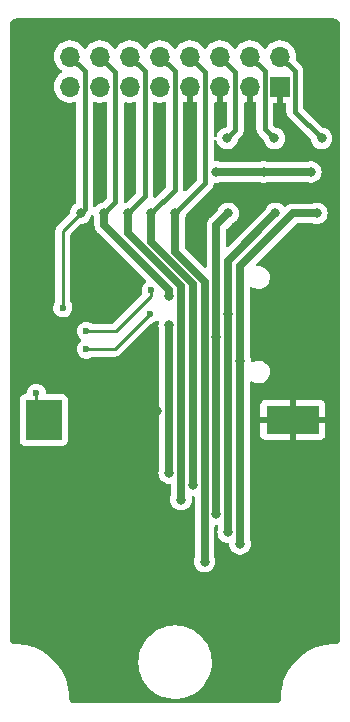
<source format=gbl>
%TF.GenerationSoftware,KiCad,Pcbnew,(6.0.9)*%
%TF.CreationDate,2022-12-02T21:30:47+00:00*%
%TF.ProjectId,SPIRadioCFRTC,53504952-6164-4696-9f43-465254432e6b,rev?*%
%TF.SameCoordinates,Original*%
%TF.FileFunction,Copper,L2,Bot*%
%TF.FilePolarity,Positive*%
%FSLAX46Y46*%
G04 Gerber Fmt 4.6, Leading zero omitted, Abs format (unit mm)*
G04 Created by KiCad (PCBNEW (6.0.9)) date 2022-12-02 21:30:47*
%MOMM*%
%LPD*%
G01*
G04 APERTURE LIST*
%TA.AperFunction,ComponentPad*%
%ADD10R,1.700000X1.700000*%
%TD*%
%TA.AperFunction,ComponentPad*%
%ADD11O,1.700000X1.700000*%
%TD*%
%TA.AperFunction,SMDPad,CuDef*%
%ADD12R,3.050000X3.400000*%
%TD*%
%TA.AperFunction,SMDPad,CuDef*%
%ADD13R,4.500000X2.400000*%
%TD*%
%TA.AperFunction,ViaPad*%
%ADD14C,0.800000*%
%TD*%
%TA.AperFunction,ViaPad*%
%ADD15C,0.600000*%
%TD*%
%TA.AperFunction,Conductor*%
%ADD16C,0.635000*%
%TD*%
%TA.AperFunction,Conductor*%
%ADD17C,0.400000*%
%TD*%
%TA.AperFunction,Conductor*%
%ADD18C,0.250000*%
%TD*%
G04 APERTURE END LIST*
D10*
%TO.P,J1,1,Pin_1*%
%TO.N,GND*%
X43890000Y-26770000D03*
D11*
%TO.P,J1,2,Pin_2*%
%TO.N,IN-MISO*%
X43890000Y-24230000D03*
%TO.P,J1,3,Pin_3*%
%TO.N,GND*%
X41350000Y-26770000D03*
%TO.P,J1,4,Pin_4*%
%TO.N,IN-MOSI*%
X41350000Y-24230000D03*
%TO.P,J1,5,Pin_5*%
%TO.N,GND*%
X38810000Y-26770000D03*
%TO.P,J1,6,Pin_6*%
%TO.N,IN-SCLK*%
X38810000Y-24230000D03*
%TO.P,J1,7,Pin_7*%
%TO.N,GND*%
X36270000Y-26770000D03*
%TO.P,J1,8,Pin_8*%
%TO.N,INT*%
X36270000Y-24230000D03*
%TO.P,J1,9,Pin_9*%
%TO.N,+5V*%
X33730000Y-26770000D03*
%TO.P,J1,10,Pin_10*%
%TO.N,NF24-CE*%
X33730000Y-24230000D03*
%TO.P,J1,11,Pin_11*%
%TO.N,+5V*%
X31190000Y-26770000D03*
%TO.P,J1,12,Pin_12*%
%TO.N,NF24-CS*%
X31190000Y-24230000D03*
%TO.P,J1,13,Pin_13*%
%TO.N,+5V*%
X28650000Y-26770000D03*
%TO.P,J1,14,Pin_14*%
%TO.N,SD-CS*%
X28650000Y-24230000D03*
%TO.P,J1,15,Pin_15*%
%TO.N,+5V*%
X26110000Y-26770000D03*
%TO.P,J1,16,Pin_16*%
%TO.N,RTC-CS*%
X26110000Y-24230000D03*
%TD*%
D12*
%TO.P,BT1,1,+*%
%TO.N,+BATT*%
X23868350Y-55000000D03*
D13*
%TO.P,BT1,2,-*%
%TO.N,GND*%
X44968350Y-55000000D03*
%TD*%
D14*
%TO.N,GND*%
X22000000Y-65750000D03*
X22000000Y-63250000D03*
X22000000Y-70750000D03*
X22000000Y-68250000D03*
X46750000Y-50750000D03*
X46750000Y-48250000D03*
X48000000Y-47000000D03*
X48000000Y-49500000D03*
X45500000Y-49500000D03*
X44250000Y-48250000D03*
X45500000Y-47000000D03*
X44250000Y-50750000D03*
X44250000Y-43250000D03*
X46750000Y-43250000D03*
X44250000Y-45750000D03*
X46750000Y-45750000D03*
X45500000Y-44500000D03*
X48000000Y-42000000D03*
X45500000Y-42000000D03*
X48000000Y-44500000D03*
X46750000Y-72000000D03*
X46750000Y-69500000D03*
X48000000Y-68250000D03*
X48000000Y-70750000D03*
X45500000Y-70750000D03*
X44250000Y-69500000D03*
X45500000Y-68250000D03*
X44250000Y-72000000D03*
X44250000Y-64500000D03*
X46750000Y-64500000D03*
X44250000Y-67000000D03*
X46750000Y-67000000D03*
X45500000Y-65750000D03*
X48000000Y-63250000D03*
X45500000Y-63250000D03*
X48000000Y-65750000D03*
X25750000Y-69500000D03*
X23250000Y-69500000D03*
X24500000Y-68250000D03*
X23250000Y-72000000D03*
X25750000Y-72000000D03*
X24500000Y-70750000D03*
X25750000Y-67000000D03*
X23250000Y-67000000D03*
X24500000Y-65750000D03*
X25750000Y-64500000D03*
X23250000Y-64500000D03*
X24500000Y-63250000D03*
X33500000Y-54250000D03*
X33100000Y-51500000D03*
X31278000Y-30998000D03*
X33818000Y-30998000D03*
X31278000Y-32522000D03*
X28738000Y-32522000D03*
X26198000Y-29474000D03*
X28738000Y-29474000D03*
X26198000Y-30998000D03*
X33818000Y-29474000D03*
X31278000Y-29474000D03*
X26198000Y-32522000D03*
X36358000Y-30998000D03*
X33100000Y-49200000D03*
X28738000Y-30998000D03*
X36358000Y-32522000D03*
X36358000Y-29474000D03*
X33818000Y-32522000D03*
%TO.N,+3V3*%
X34500000Y-59500000D03*
X42500000Y-34000000D03*
X46500000Y-34000000D03*
X38500000Y-34000000D03*
X34500000Y-47000000D03*
%TO.N,SCLK*%
X38500000Y-48000000D03*
X39500000Y-37500000D03*
X38500000Y-63000000D03*
%TO.N,IN-SCLK*%
X39406250Y-31156250D03*
D15*
%TO.N,MOSI*%
X32900000Y-46000000D03*
D14*
X39500000Y-64500000D03*
D15*
X27500000Y-49000000D03*
D14*
X43500000Y-37500000D03*
X39500000Y-46000000D03*
%TO.N,IN-MOSI*%
X43406250Y-31156250D03*
%TO.N,MISO*%
X47000000Y-37500000D03*
X40500000Y-50000000D03*
X40500000Y-65500000D03*
%TO.N,IN-MISO*%
X47406250Y-31156250D03*
%TO.N,SD-CS*%
X34500000Y-44500000D03*
X29000000Y-37500000D03*
%TO.N,RTC-CS*%
X27000000Y-37500000D03*
D15*
X25500000Y-45500000D03*
D14*
%TO.N,NF24-CS*%
X31000000Y-37500000D03*
X35500000Y-61742000D03*
%TO.N,NF24-CE*%
X33000000Y-37500000D03*
X36500000Y-60500000D03*
D15*
%TO.N,INT*%
X27500000Y-47500000D03*
D14*
X37500000Y-67000000D03*
D15*
X35597992Y-41402008D03*
X33000000Y-44000000D03*
D14*
X35000000Y-37500000D03*
D15*
%TO.N,+BATT*%
X23250000Y-52750000D03*
%TD*%
D16*
%TO.N,+3V3*%
X42500000Y-34000000D02*
X46500000Y-34000000D01*
X38500000Y-34000000D02*
X42500000Y-34000000D01*
X34500000Y-47000000D02*
X34500000Y-59500000D01*
%TO.N,SCLK*%
X39500000Y-37500000D02*
X38500000Y-38500000D01*
X38500000Y-38500000D02*
X38500000Y-63000000D01*
D17*
%TO.N,IN-SCLK*%
X38810000Y-24230000D02*
X40100489Y-25520489D01*
X40100489Y-25520489D02*
X40100489Y-30462011D01*
X40100489Y-30462011D02*
X39406250Y-31156250D01*
D16*
%TO.N,MOSI*%
X39500000Y-46500000D02*
X39500000Y-64500000D01*
D18*
X27500000Y-49000000D02*
X29900000Y-49000000D01*
D16*
X39500000Y-41500000D02*
X39500000Y-46500000D01*
X43500000Y-37500000D02*
X39500000Y-41500000D01*
D18*
X29900000Y-49000000D02*
X32900000Y-46000000D01*
D17*
%TO.N,IN-MOSI*%
X42599511Y-25479511D02*
X42599511Y-30349511D01*
X42599511Y-30349511D02*
X43406250Y-31156250D01*
X41350000Y-24230000D02*
X42599511Y-25479511D01*
D16*
%TO.N,MISO*%
X40500000Y-65500000D02*
X40500000Y-42000000D01*
X45000000Y-37500000D02*
X47000000Y-37500000D01*
X40500000Y-42000000D02*
X45000000Y-37500000D01*
D17*
%TO.N,IN-MISO*%
X45139511Y-28889511D02*
X47406250Y-31156250D01*
X45139511Y-25479511D02*
X45139511Y-28889511D01*
X43890000Y-24230000D02*
X45139511Y-25479511D01*
D16*
%TO.N,SD-CS*%
X34500000Y-44000000D02*
X34500000Y-44500000D01*
X29000000Y-38500000D02*
X34500000Y-44000000D01*
D17*
X29940489Y-36559511D02*
X29000000Y-37500000D01*
X29940489Y-25520489D02*
X29940489Y-36559511D01*
D16*
X29000000Y-37500000D02*
X29000000Y-38500000D01*
D17*
X28650000Y-24230000D02*
X29940489Y-25520489D01*
D18*
%TO.N,RTC-CS*%
X25500000Y-45500000D02*
X25500000Y-39000000D01*
D17*
X27359511Y-37140489D02*
X27000000Y-37500000D01*
D18*
X25500000Y-39000000D02*
X27000000Y-37500000D01*
D17*
X26110000Y-24230000D02*
X27359511Y-25479511D01*
X27359511Y-25479511D02*
X27359511Y-37140489D01*
D16*
%TO.N,NF24-CS*%
X35500000Y-61742000D02*
X35500000Y-43639620D01*
D17*
X31190000Y-24230000D02*
X32439511Y-25479511D01*
X32439511Y-36060489D02*
X31000000Y-37500000D01*
X32439511Y-25479511D02*
X32439511Y-36060489D01*
D16*
X35500000Y-43639620D02*
X31000000Y-39139620D01*
X31000000Y-39139620D02*
X31000000Y-37500000D01*
D17*
%TO.N,NF24-CE*%
X33730000Y-24230000D02*
X34979511Y-25479511D01*
D16*
X33000000Y-37500000D02*
X33000000Y-39959430D01*
X33000000Y-39959430D02*
X35770285Y-42729715D01*
X35770285Y-42729715D02*
X36500000Y-43459430D01*
X36500000Y-43459430D02*
X36500000Y-45000000D01*
D17*
X34979511Y-35520489D02*
X33000000Y-37500000D01*
X34979511Y-25479511D02*
X34979511Y-35520489D01*
D16*
X36500000Y-45000000D02*
X36500000Y-60500000D01*
%TO.N,INT*%
X35000000Y-40779240D02*
X36360380Y-42139620D01*
D17*
X37560489Y-34939511D02*
X35000000Y-37500000D01*
D18*
X30000000Y-47500000D02*
X33000000Y-44500000D01*
D17*
X36270000Y-24230000D02*
X37560489Y-25520489D01*
D18*
X27500000Y-47500000D02*
X30000000Y-47500000D01*
D16*
X37500000Y-45000000D02*
X37500000Y-67000000D01*
D17*
X37560489Y-25520489D02*
X37560489Y-34939511D01*
D16*
X35000000Y-37500000D02*
X35000000Y-40779240D01*
D18*
X33000000Y-44500000D02*
X33000000Y-44000000D01*
D16*
X37500000Y-43279240D02*
X37500000Y-45000000D01*
X36360380Y-42139620D02*
X37500000Y-43279240D01*
D18*
%TO.N,+BATT*%
X23250000Y-52750000D02*
X23250000Y-54381650D01*
X23250000Y-54381650D02*
X23868350Y-55000000D01*
%TD*%
%TA.AperFunction,Conductor*%
%TO.N,GND*%
G36*
X48470018Y-21010000D02*
G01*
X48484852Y-21012310D01*
X48484855Y-21012310D01*
X48493724Y-21013691D01*
X48502626Y-21012527D01*
X48502750Y-21012511D01*
X48533192Y-21012240D01*
X48540621Y-21013077D01*
X48595264Y-21019234D01*
X48622771Y-21025513D01*
X48699853Y-21052485D01*
X48725274Y-21064727D01*
X48794426Y-21108178D01*
X48816485Y-21125770D01*
X48874230Y-21183515D01*
X48891822Y-21205574D01*
X48935273Y-21274726D01*
X48947515Y-21300147D01*
X48974487Y-21377228D01*
X48980766Y-21404736D01*
X48987018Y-21460226D01*
X48986923Y-21475868D01*
X48987800Y-21475879D01*
X48987690Y-21484851D01*
X48986309Y-21493724D01*
X48987473Y-21502626D01*
X48987473Y-21502628D01*
X48990436Y-21525283D01*
X48991500Y-21541621D01*
X48991500Y-73450633D01*
X48990000Y-73470018D01*
X48986309Y-73493724D01*
X48987473Y-73502626D01*
X48987489Y-73502750D01*
X48987760Y-73533192D01*
X48985430Y-73553870D01*
X48980766Y-73595264D01*
X48974487Y-73622771D01*
X48947515Y-73699853D01*
X48935273Y-73725274D01*
X48891822Y-73794426D01*
X48874230Y-73816485D01*
X48816485Y-73874230D01*
X48794426Y-73891822D01*
X48725274Y-73935273D01*
X48699853Y-73947515D01*
X48622771Y-73974487D01*
X48595265Y-73980766D01*
X48585096Y-73981912D01*
X48541446Y-73986830D01*
X48516640Y-73987112D01*
X48512552Y-73986424D01*
X48506544Y-73986351D01*
X48506276Y-73986309D01*
X48506007Y-73986344D01*
X48500000Y-73986271D01*
X48495192Y-73986960D01*
X48492365Y-73987144D01*
X48484401Y-73987886D01*
X48109444Y-74004257D01*
X48109433Y-74004258D01*
X48106684Y-74004378D01*
X47911523Y-74030071D01*
X47719100Y-74055403D01*
X47719091Y-74055405D01*
X47716361Y-74055764D01*
X47713666Y-74056361D01*
X47713663Y-74056362D01*
X47575421Y-74087010D01*
X47332003Y-74140975D01*
X47329386Y-74141800D01*
X47329379Y-74141802D01*
X46959161Y-74258531D01*
X46959153Y-74258534D01*
X46956533Y-74259360D01*
X46592810Y-74410019D01*
X46243603Y-74591805D01*
X45911567Y-74803335D01*
X45909392Y-74805004D01*
X45601399Y-75041334D01*
X45601393Y-75041339D01*
X45599231Y-75042998D01*
X45308972Y-75308972D01*
X45042998Y-75599231D01*
X44803335Y-75911567D01*
X44591805Y-76243603D01*
X44410019Y-76592810D01*
X44259360Y-76956533D01*
X44258534Y-76959153D01*
X44258531Y-76959161D01*
X44179132Y-77210984D01*
X44140975Y-77332003D01*
X44140380Y-77334687D01*
X44064553Y-77676719D01*
X44055764Y-77716361D01*
X44004378Y-78106684D01*
X44004258Y-78109433D01*
X44004257Y-78109444D01*
X43988240Y-78476296D01*
X43987732Y-78481404D01*
X43987690Y-78484855D01*
X43986309Y-78493724D01*
X43987473Y-78502626D01*
X43987489Y-78502750D01*
X43987760Y-78533192D01*
X43986134Y-78547627D01*
X43980766Y-78595264D01*
X43974487Y-78622771D01*
X43947515Y-78699853D01*
X43935273Y-78725274D01*
X43891822Y-78794426D01*
X43874230Y-78816485D01*
X43816485Y-78874230D01*
X43794426Y-78891822D01*
X43725274Y-78935273D01*
X43699853Y-78947515D01*
X43622772Y-78974487D01*
X43595264Y-78980766D01*
X43539774Y-78987018D01*
X43524132Y-78986923D01*
X43524121Y-78987800D01*
X43515149Y-78987690D01*
X43506276Y-78986309D01*
X43497374Y-78987473D01*
X43497372Y-78987473D01*
X43486385Y-78988910D01*
X43474714Y-78990436D01*
X43458379Y-78991500D01*
X26549367Y-78991500D01*
X26529982Y-78990000D01*
X26515148Y-78987690D01*
X26515145Y-78987690D01*
X26506276Y-78986309D01*
X26497374Y-78987473D01*
X26497250Y-78987489D01*
X26466808Y-78987760D01*
X26446130Y-78985430D01*
X26404736Y-78980766D01*
X26377229Y-78974487D01*
X26300147Y-78947515D01*
X26274726Y-78935273D01*
X26205574Y-78891822D01*
X26183515Y-78874230D01*
X26125770Y-78816485D01*
X26108178Y-78794426D01*
X26064727Y-78725274D01*
X26052485Y-78699853D01*
X26025513Y-78622772D01*
X26019234Y-78595266D01*
X26018077Y-78584997D01*
X26013170Y-78541447D01*
X26012888Y-78516640D01*
X26013576Y-78512552D01*
X26013729Y-78500000D01*
X26013039Y-78495182D01*
X26012855Y-78492357D01*
X26012114Y-78484401D01*
X25995743Y-78109444D01*
X25995742Y-78109433D01*
X25995622Y-78106684D01*
X25944236Y-77716361D01*
X25935448Y-77676719D01*
X25859620Y-77334687D01*
X25859025Y-77332003D01*
X25820868Y-77210984D01*
X25741469Y-76959161D01*
X25741466Y-76959153D01*
X25740640Y-76956533D01*
X25589981Y-76592810D01*
X25408195Y-76243603D01*
X25196665Y-75911567D01*
X24957002Y-75599231D01*
X24915739Y-75554200D01*
X31894908Y-75554200D01*
X31921004Y-75905358D01*
X31986684Y-76251304D01*
X32091104Y-76587592D01*
X32232921Y-76909897D01*
X32410313Y-77214076D01*
X32620999Y-77496219D01*
X32623443Y-77498817D01*
X32623448Y-77498823D01*
X32825550Y-77713663D01*
X32862270Y-77752697D01*
X32864999Y-77755007D01*
X33054652Y-77915560D01*
X33131024Y-77980214D01*
X33133988Y-77982194D01*
X33133990Y-77982196D01*
X33335917Y-78117119D01*
X33423807Y-78175845D01*
X33426989Y-78177484D01*
X33426991Y-78177485D01*
X33733670Y-78335436D01*
X33733675Y-78335438D01*
X33736853Y-78337075D01*
X33740194Y-78338341D01*
X33740199Y-78338343D01*
X33971696Y-78426049D01*
X34066139Y-78461830D01*
X34069603Y-78462710D01*
X34069607Y-78462711D01*
X34403963Y-78547627D01*
X34403971Y-78547629D01*
X34407430Y-78548507D01*
X34579152Y-78571878D01*
X34753347Y-78595585D01*
X34753354Y-78595586D01*
X34756340Y-78595992D01*
X34871081Y-78600500D01*
X35089198Y-78600500D01*
X35230756Y-78592462D01*
X35347992Y-78585805D01*
X35347999Y-78585804D01*
X35351560Y-78585602D01*
X35489883Y-78561834D01*
X35695082Y-78526575D01*
X35695090Y-78526573D01*
X35698600Y-78525970D01*
X35702025Y-78524972D01*
X35702028Y-78524971D01*
X36033221Y-78428436D01*
X36036659Y-78427434D01*
X36361390Y-78291263D01*
X36564556Y-78177485D01*
X36665502Y-78120953D01*
X36665507Y-78120950D01*
X36668619Y-78119207D01*
X36671515Y-78117122D01*
X36671520Y-78117119D01*
X36818239Y-78011496D01*
X36954395Y-77913477D01*
X37128858Y-77755007D01*
X37212405Y-77679118D01*
X37212406Y-77679117D01*
X37215046Y-77676719D01*
X37447219Y-77411977D01*
X37647929Y-77122653D01*
X37814598Y-76812468D01*
X37945081Y-76485410D01*
X38037701Y-76145683D01*
X38091268Y-75797655D01*
X38100833Y-75554200D01*
X38104952Y-75449370D01*
X38104952Y-75449365D01*
X38105092Y-75445800D01*
X38078996Y-75094642D01*
X38013316Y-74748696D01*
X37908896Y-74412408D01*
X37907455Y-74409133D01*
X37768522Y-74093382D01*
X37768520Y-74093379D01*
X37767079Y-74090103D01*
X37589687Y-73785924D01*
X37379001Y-73503781D01*
X37376557Y-73501183D01*
X37376552Y-73501177D01*
X37140180Y-73249907D01*
X37140176Y-73249904D01*
X37137730Y-73247303D01*
X36947809Y-73086523D01*
X36871698Y-73022090D01*
X36871694Y-73022087D01*
X36868976Y-73019786D01*
X36576193Y-72824155D01*
X36573009Y-72822515D01*
X36266330Y-72664564D01*
X36266325Y-72664562D01*
X36263147Y-72662925D01*
X36259806Y-72661659D01*
X36259801Y-72661657D01*
X35937205Y-72539437D01*
X35937206Y-72539437D01*
X35933861Y-72538170D01*
X35930397Y-72537290D01*
X35930393Y-72537289D01*
X35596037Y-72452373D01*
X35596029Y-72452371D01*
X35592570Y-72451493D01*
X35420848Y-72428122D01*
X35246653Y-72404415D01*
X35246646Y-72404414D01*
X35243660Y-72404008D01*
X35128919Y-72399500D01*
X34910802Y-72399500D01*
X34769244Y-72407538D01*
X34652008Y-72414195D01*
X34652001Y-72414196D01*
X34648440Y-72414398D01*
X34510117Y-72438166D01*
X34304918Y-72473425D01*
X34304910Y-72473427D01*
X34301400Y-72474030D01*
X34297975Y-72475028D01*
X34297972Y-72475029D01*
X34084370Y-72537289D01*
X33963341Y-72572566D01*
X33638610Y-72708737D01*
X33484995Y-72794765D01*
X33334498Y-72879047D01*
X33334493Y-72879050D01*
X33331381Y-72880793D01*
X33328485Y-72882878D01*
X33328480Y-72882881D01*
X33181761Y-72988504D01*
X33045605Y-73086523D01*
X33042969Y-73088917D01*
X33042967Y-73088919D01*
X32865733Y-73249907D01*
X32784954Y-73323281D01*
X32552781Y-73588023D01*
X32550749Y-73590952D01*
X32550746Y-73590956D01*
X32528675Y-73622772D01*
X32352071Y-73877347D01*
X32350380Y-73880494D01*
X32350377Y-73880499D01*
X32256398Y-74055403D01*
X32185402Y-74187532D01*
X32054919Y-74514590D01*
X31962299Y-74854317D01*
X31961757Y-74857839D01*
X31915428Y-75158843D01*
X31908732Y-75202345D01*
X31908592Y-75205909D01*
X31899027Y-75449370D01*
X31894908Y-75554200D01*
X24915739Y-75554200D01*
X24691028Y-75308972D01*
X24400769Y-75042998D01*
X24398607Y-75041339D01*
X24398601Y-75041334D01*
X24090608Y-74805004D01*
X24088433Y-74803335D01*
X23756398Y-74591805D01*
X23407190Y-74410019D01*
X23043467Y-74259360D01*
X23040847Y-74258534D01*
X23040839Y-74258531D01*
X22670621Y-74141802D01*
X22670614Y-74141800D01*
X22667997Y-74140975D01*
X22424579Y-74087010D01*
X22286337Y-74056362D01*
X22286334Y-74056361D01*
X22283639Y-74055764D01*
X22280909Y-74055405D01*
X22280900Y-74055403D01*
X22088477Y-74030071D01*
X21893316Y-74004378D01*
X21530965Y-73988557D01*
X21522205Y-73987632D01*
X21522202Y-73987667D01*
X21517354Y-73987232D01*
X21512552Y-73986424D01*
X21506544Y-73986351D01*
X21506276Y-73986309D01*
X21506007Y-73986344D01*
X21500000Y-73986271D01*
X21495180Y-73986961D01*
X21490329Y-73987277D01*
X21490310Y-73986990D01*
X21463554Y-73987393D01*
X21404735Y-73980766D01*
X21377228Y-73974487D01*
X21300147Y-73947515D01*
X21274726Y-73935273D01*
X21205574Y-73891822D01*
X21183515Y-73874230D01*
X21125770Y-73816485D01*
X21108178Y-73794426D01*
X21064727Y-73725274D01*
X21052485Y-73699853D01*
X21025513Y-73622772D01*
X21019234Y-73595266D01*
X21013170Y-73541451D01*
X21012888Y-73516640D01*
X21013576Y-73512552D01*
X21013729Y-73500000D01*
X21009773Y-73472376D01*
X21008500Y-73454514D01*
X21008500Y-56748134D01*
X21834850Y-56748134D01*
X21841605Y-56810316D01*
X21892735Y-56946705D01*
X21980089Y-57063261D01*
X22096645Y-57150615D01*
X22233034Y-57201745D01*
X22295216Y-57208500D01*
X25441484Y-57208500D01*
X25503666Y-57201745D01*
X25640055Y-57150615D01*
X25756611Y-57063261D01*
X25843965Y-56946705D01*
X25895095Y-56810316D01*
X25901850Y-56748134D01*
X25901850Y-53251866D01*
X25895095Y-53189684D01*
X25843965Y-53053295D01*
X25756611Y-52936739D01*
X25640055Y-52849385D01*
X25503666Y-52798255D01*
X25441484Y-52791500D01*
X24180928Y-52791500D01*
X24112807Y-52771498D01*
X24066314Y-52717842D01*
X24055713Y-52679545D01*
X24044182Y-52576744D01*
X24043397Y-52569745D01*
X24041080Y-52563091D01*
X23986064Y-52405106D01*
X23986062Y-52405103D01*
X23983745Y-52398448D01*
X23887626Y-52244624D01*
X23873941Y-52230843D01*
X23764778Y-52120915D01*
X23764774Y-52120912D01*
X23759815Y-52115918D01*
X23748697Y-52108862D01*
X23700538Y-52078300D01*
X23606666Y-52018727D01*
X23577463Y-52008328D01*
X23442425Y-51960243D01*
X23442420Y-51960242D01*
X23435790Y-51957881D01*
X23428802Y-51957048D01*
X23428799Y-51957047D01*
X23305698Y-51942368D01*
X23255680Y-51936404D01*
X23248677Y-51937140D01*
X23248676Y-51937140D01*
X23082288Y-51954628D01*
X23082286Y-51954629D01*
X23075288Y-51955364D01*
X22903579Y-52013818D01*
X22897575Y-52017512D01*
X22755095Y-52105166D01*
X22755092Y-52105168D01*
X22749088Y-52108862D01*
X22744053Y-52113793D01*
X22744050Y-52113795D01*
X22624525Y-52230843D01*
X22619493Y-52235771D01*
X22521235Y-52388238D01*
X22518826Y-52394858D01*
X22518824Y-52394861D01*
X22461606Y-52552066D01*
X22459197Y-52558685D01*
X22458314Y-52565675D01*
X22443708Y-52681292D01*
X22415326Y-52746369D01*
X22356267Y-52785770D01*
X22318702Y-52791500D01*
X22295216Y-52791500D01*
X22233034Y-52798255D01*
X22096645Y-52849385D01*
X21980089Y-52936739D01*
X21892735Y-53053295D01*
X21841605Y-53189684D01*
X21834850Y-53251866D01*
X21834850Y-56748134D01*
X21008500Y-56748134D01*
X21008500Y-45488640D01*
X24686463Y-45488640D01*
X24704163Y-45669160D01*
X24761418Y-45841273D01*
X24765065Y-45847295D01*
X24765066Y-45847297D01*
X24775978Y-45865314D01*
X24855380Y-45996424D01*
X24981382Y-46126902D01*
X25006305Y-46143211D01*
X25106661Y-46208882D01*
X25133159Y-46226222D01*
X25139763Y-46228678D01*
X25139765Y-46228679D01*
X25296558Y-46286990D01*
X25296560Y-46286990D01*
X25303168Y-46289448D01*
X25386995Y-46300633D01*
X25475980Y-46312507D01*
X25475984Y-46312507D01*
X25482961Y-46313438D01*
X25489972Y-46312800D01*
X25489976Y-46312800D01*
X25632459Y-46299832D01*
X25663600Y-46296998D01*
X25670302Y-46294820D01*
X25670304Y-46294820D01*
X25829409Y-46243124D01*
X25829412Y-46243123D01*
X25836108Y-46240947D01*
X25991912Y-46148069D01*
X26123266Y-46022982D01*
X26223643Y-45871902D01*
X26288055Y-45702338D01*
X26289035Y-45695366D01*
X26312748Y-45526639D01*
X26312748Y-45526636D01*
X26313299Y-45522717D01*
X26313616Y-45500000D01*
X26293397Y-45319745D01*
X26291080Y-45313091D01*
X26236064Y-45155106D01*
X26236062Y-45155103D01*
X26233745Y-45148448D01*
X26152646Y-45018661D01*
X26133500Y-44951892D01*
X26133500Y-39314594D01*
X26153502Y-39246473D01*
X26170405Y-39225499D01*
X26950499Y-38445405D01*
X27012811Y-38411379D01*
X27039594Y-38408500D01*
X27095487Y-38408500D01*
X27101939Y-38407128D01*
X27101944Y-38407128D01*
X27195516Y-38387238D01*
X27282288Y-38368794D01*
X27295515Y-38362905D01*
X27450722Y-38293803D01*
X27450724Y-38293802D01*
X27456752Y-38291118D01*
X27611253Y-38178866D01*
X27645932Y-38140351D01*
X27734621Y-38041852D01*
X27734622Y-38041851D01*
X27739040Y-38036944D01*
X27834527Y-37871556D01*
X27880167Y-37731090D01*
X27920241Y-37672486D01*
X27985637Y-37644849D01*
X28055594Y-37656956D01*
X28107900Y-37704962D01*
X28119833Y-37731091D01*
X28165473Y-37871555D01*
X28164654Y-37871821D01*
X28174000Y-37915793D01*
X28174000Y-38459967D01*
X28173558Y-38470511D01*
X28169377Y-38520300D01*
X28179005Y-38592449D01*
X28179706Y-38597704D01*
X28180073Y-38600743D01*
X28188511Y-38678417D01*
X28190687Y-38684883D01*
X28191204Y-38687233D01*
X28191301Y-38687783D01*
X28191480Y-38688550D01*
X28191635Y-38689085D01*
X28192211Y-38691432D01*
X28193113Y-38698190D01*
X28217408Y-38764940D01*
X28219810Y-38771540D01*
X28220826Y-38774443D01*
X28243575Y-38842039D01*
X28243578Y-38842046D01*
X28245754Y-38848511D01*
X28249269Y-38854360D01*
X28250282Y-38856553D01*
X28250494Y-38857068D01*
X28250827Y-38857766D01*
X28251100Y-38858267D01*
X28252160Y-38860421D01*
X28254494Y-38866834D01*
X28294825Y-38930385D01*
X28296342Y-38932775D01*
X28297956Y-38935390D01*
X28338186Y-39002344D01*
X28342867Y-39007295D01*
X28344337Y-39009231D01*
X28344985Y-39010162D01*
X28347885Y-39013996D01*
X28350657Y-39018364D01*
X28354323Y-39022464D01*
X28406246Y-39074387D01*
X28408698Y-39076908D01*
X28461496Y-39132740D01*
X28467137Y-39136574D01*
X28471989Y-39140703D01*
X28479419Y-39147560D01*
X32506525Y-43174666D01*
X32540551Y-43236978D01*
X32535486Y-43307793D01*
X32498506Y-43358268D01*
X32499088Y-43358862D01*
X32369493Y-43485771D01*
X32271235Y-43638238D01*
X32268826Y-43644858D01*
X32268824Y-43644861D01*
X32233785Y-43741130D01*
X32209197Y-43808685D01*
X32186463Y-43988640D01*
X32204163Y-44169160D01*
X32206387Y-44175845D01*
X32237205Y-44268487D01*
X32239728Y-44339439D01*
X32206742Y-44397354D01*
X29774500Y-46829595D01*
X29712188Y-46863621D01*
X29685405Y-46866500D01*
X28047338Y-46866500D01*
X27979824Y-46846885D01*
X27932157Y-46816635D01*
X27856666Y-46768727D01*
X27827463Y-46758328D01*
X27692425Y-46710243D01*
X27692420Y-46710242D01*
X27685790Y-46707881D01*
X27678802Y-46707048D01*
X27678799Y-46707047D01*
X27555698Y-46692368D01*
X27505680Y-46686404D01*
X27498677Y-46687140D01*
X27498676Y-46687140D01*
X27332288Y-46704628D01*
X27332286Y-46704629D01*
X27325288Y-46705364D01*
X27153579Y-46763818D01*
X27147575Y-46767512D01*
X27005095Y-46855166D01*
X27005092Y-46855168D01*
X26999088Y-46858862D01*
X26994053Y-46863793D01*
X26994050Y-46863795D01*
X26991288Y-46866500D01*
X26869493Y-46985771D01*
X26771235Y-47138238D01*
X26709197Y-47308685D01*
X26686463Y-47488640D01*
X26704163Y-47669160D01*
X26761418Y-47841273D01*
X26855380Y-47996424D01*
X26981382Y-48126902D01*
X27006533Y-48143361D01*
X27052581Y-48197396D01*
X27062105Y-48267751D01*
X27032081Y-48332086D01*
X27010315Y-48350422D01*
X27010638Y-48350836D01*
X27005094Y-48355167D01*
X26999088Y-48358862D01*
X26994053Y-48363793D01*
X26994050Y-48363795D01*
X26991288Y-48366500D01*
X26869493Y-48485771D01*
X26771235Y-48638238D01*
X26709197Y-48808685D01*
X26686463Y-48988640D01*
X26704163Y-49169160D01*
X26761418Y-49341273D01*
X26765065Y-49347295D01*
X26765066Y-49347297D01*
X26847376Y-49483207D01*
X26855380Y-49496424D01*
X26860269Y-49501487D01*
X26860270Y-49501488D01*
X26867119Y-49508580D01*
X26981382Y-49626902D01*
X27133159Y-49726222D01*
X27139763Y-49728678D01*
X27139765Y-49728679D01*
X27296558Y-49786990D01*
X27296560Y-49786990D01*
X27303168Y-49789448D01*
X27386995Y-49800633D01*
X27475980Y-49812507D01*
X27475984Y-49812507D01*
X27482961Y-49813438D01*
X27489972Y-49812800D01*
X27489976Y-49812800D01*
X27632459Y-49799832D01*
X27663600Y-49796998D01*
X27670302Y-49794820D01*
X27670304Y-49794820D01*
X27829409Y-49743124D01*
X27829412Y-49743123D01*
X27836108Y-49740947D01*
X27986540Y-49651271D01*
X28051058Y-49633500D01*
X29821233Y-49633500D01*
X29832416Y-49634027D01*
X29839909Y-49635702D01*
X29847835Y-49635453D01*
X29847836Y-49635453D01*
X29907986Y-49633562D01*
X29911945Y-49633500D01*
X29939856Y-49633500D01*
X29943791Y-49633003D01*
X29943856Y-49632995D01*
X29955693Y-49632062D01*
X29987951Y-49631048D01*
X29991970Y-49630922D01*
X29999889Y-49630673D01*
X30019343Y-49625021D01*
X30038700Y-49621013D01*
X30050930Y-49619468D01*
X30050931Y-49619468D01*
X30058797Y-49618474D01*
X30066168Y-49615555D01*
X30066170Y-49615555D01*
X30099912Y-49602196D01*
X30111142Y-49598351D01*
X30145983Y-49588229D01*
X30145984Y-49588229D01*
X30153593Y-49586018D01*
X30160412Y-49581985D01*
X30160417Y-49581983D01*
X30171028Y-49575707D01*
X30188776Y-49567012D01*
X30207617Y-49559552D01*
X30243387Y-49533564D01*
X30253307Y-49527048D01*
X30284535Y-49508580D01*
X30284538Y-49508578D01*
X30291362Y-49504542D01*
X30305683Y-49490221D01*
X30320717Y-49477380D01*
X30330694Y-49470131D01*
X30337107Y-49465472D01*
X30365298Y-49431395D01*
X30373288Y-49422616D01*
X32960177Y-46835727D01*
X33022489Y-46801701D01*
X33037837Y-46799343D01*
X33063600Y-46796998D01*
X33070302Y-46794820D01*
X33070304Y-46794820D01*
X33229409Y-46743124D01*
X33229412Y-46743123D01*
X33236108Y-46740947D01*
X33391912Y-46648069D01*
X33397011Y-46643213D01*
X33397018Y-46643208D01*
X33418208Y-46623028D01*
X33481332Y-46590534D01*
X33552003Y-46597327D01*
X33607783Y-46641249D01*
X33630962Y-46708355D01*
X33624934Y-46753208D01*
X33619892Y-46768727D01*
X33606458Y-46810072D01*
X33605768Y-46816633D01*
X33605768Y-46816635D01*
X33600588Y-46865918D01*
X33586496Y-47000000D01*
X33606458Y-47189928D01*
X33608498Y-47196206D01*
X33665473Y-47371556D01*
X33664654Y-47371822D01*
X33674000Y-47415793D01*
X33674000Y-59084207D01*
X33664654Y-59128178D01*
X33665473Y-59128444D01*
X33606458Y-59310072D01*
X33586496Y-59500000D01*
X33606458Y-59689928D01*
X33665473Y-59871556D01*
X33760960Y-60036944D01*
X33888747Y-60178866D01*
X34043248Y-60291118D01*
X34049276Y-60293802D01*
X34049278Y-60293803D01*
X34211681Y-60366109D01*
X34217712Y-60368794D01*
X34311112Y-60388647D01*
X34398056Y-60407128D01*
X34398061Y-60407128D01*
X34404513Y-60408500D01*
X34548000Y-60408500D01*
X34616121Y-60428502D01*
X34662614Y-60482158D01*
X34674000Y-60534500D01*
X34674000Y-61326207D01*
X34664654Y-61370178D01*
X34665473Y-61370444D01*
X34606458Y-61552072D01*
X34586496Y-61742000D01*
X34606458Y-61931928D01*
X34665473Y-62113556D01*
X34760960Y-62278944D01*
X34888747Y-62420866D01*
X35043248Y-62533118D01*
X35049276Y-62535802D01*
X35049278Y-62535803D01*
X35211681Y-62608109D01*
X35217712Y-62610794D01*
X35311112Y-62630647D01*
X35398056Y-62649128D01*
X35398061Y-62649128D01*
X35404513Y-62650500D01*
X35595487Y-62650500D01*
X35601939Y-62649128D01*
X35601944Y-62649128D01*
X35688888Y-62630647D01*
X35782288Y-62610794D01*
X35788319Y-62608109D01*
X35950722Y-62535803D01*
X35950724Y-62535802D01*
X35956752Y-62533118D01*
X36111253Y-62420866D01*
X36239040Y-62278944D01*
X36334527Y-62113556D01*
X36393542Y-61931928D01*
X36413504Y-61742000D01*
X36393542Y-61552072D01*
X36395344Y-61551883D01*
X36400068Y-61489914D01*
X36442881Y-61433279D01*
X36509517Y-61408780D01*
X36517916Y-61408500D01*
X36548000Y-61408500D01*
X36616121Y-61428502D01*
X36662614Y-61482158D01*
X36674000Y-61534500D01*
X36674000Y-66584207D01*
X36664654Y-66628178D01*
X36665473Y-66628444D01*
X36606458Y-66810072D01*
X36586496Y-67000000D01*
X36606458Y-67189928D01*
X36665473Y-67371556D01*
X36760960Y-67536944D01*
X36888747Y-67678866D01*
X37043248Y-67791118D01*
X37049276Y-67793802D01*
X37049278Y-67793803D01*
X37211681Y-67866109D01*
X37217712Y-67868794D01*
X37311112Y-67888647D01*
X37398056Y-67907128D01*
X37398061Y-67907128D01*
X37404513Y-67908500D01*
X37595487Y-67908500D01*
X37601939Y-67907128D01*
X37601944Y-67907128D01*
X37688888Y-67888647D01*
X37782288Y-67868794D01*
X37788319Y-67866109D01*
X37950722Y-67793803D01*
X37950724Y-67793802D01*
X37956752Y-67791118D01*
X38111253Y-67678866D01*
X38239040Y-67536944D01*
X38334527Y-67371556D01*
X38393542Y-67189928D01*
X38413504Y-67000000D01*
X38393542Y-66810072D01*
X38334527Y-66628444D01*
X38335346Y-66628178D01*
X38326000Y-66584207D01*
X38326000Y-64034500D01*
X38346002Y-63966379D01*
X38399658Y-63919886D01*
X38452000Y-63908500D01*
X38548000Y-63908500D01*
X38616121Y-63928502D01*
X38662614Y-63982158D01*
X38674000Y-64034500D01*
X38674000Y-64084207D01*
X38664654Y-64128178D01*
X38665473Y-64128444D01*
X38606458Y-64310072D01*
X38586496Y-64500000D01*
X38606458Y-64689928D01*
X38665473Y-64871556D01*
X38760960Y-65036944D01*
X38888747Y-65178866D01*
X39043248Y-65291118D01*
X39049276Y-65293802D01*
X39049278Y-65293803D01*
X39100560Y-65316635D01*
X39217712Y-65368794D01*
X39311113Y-65388647D01*
X39398056Y-65407128D01*
X39398061Y-65407128D01*
X39404513Y-65408500D01*
X39463428Y-65408500D01*
X39531549Y-65428502D01*
X39578042Y-65482158D01*
X39588738Y-65521329D01*
X39606458Y-65689928D01*
X39665473Y-65871556D01*
X39760960Y-66036944D01*
X39888747Y-66178866D01*
X40043248Y-66291118D01*
X40049276Y-66293802D01*
X40049278Y-66293803D01*
X40211681Y-66366109D01*
X40217712Y-66368794D01*
X40311113Y-66388647D01*
X40398056Y-66407128D01*
X40398061Y-66407128D01*
X40404513Y-66408500D01*
X40595487Y-66408500D01*
X40601939Y-66407128D01*
X40601944Y-66407128D01*
X40688887Y-66388647D01*
X40782288Y-66368794D01*
X40788319Y-66366109D01*
X40950722Y-66293803D01*
X40950724Y-66293802D01*
X40956752Y-66291118D01*
X41111253Y-66178866D01*
X41239040Y-66036944D01*
X41334527Y-65871556D01*
X41393542Y-65689928D01*
X41413504Y-65500000D01*
X41393542Y-65310072D01*
X41334527Y-65128444D01*
X41335346Y-65128178D01*
X41326000Y-65084207D01*
X41326000Y-56244669D01*
X42210351Y-56244669D01*
X42210721Y-56251490D01*
X42216245Y-56302352D01*
X42219871Y-56317604D01*
X42265026Y-56438054D01*
X42273564Y-56453649D01*
X42350065Y-56555724D01*
X42362626Y-56568285D01*
X42464701Y-56644786D01*
X42480296Y-56653324D01*
X42600744Y-56698478D01*
X42615999Y-56702105D01*
X42666864Y-56707631D01*
X42673678Y-56708000D01*
X44696235Y-56708000D01*
X44711474Y-56703525D01*
X44712679Y-56702135D01*
X44714350Y-56694452D01*
X44714350Y-56689884D01*
X45222350Y-56689884D01*
X45226825Y-56705123D01*
X45228215Y-56706328D01*
X45235898Y-56707999D01*
X47263019Y-56707999D01*
X47269840Y-56707629D01*
X47320702Y-56702105D01*
X47335954Y-56698479D01*
X47456404Y-56653324D01*
X47471999Y-56644786D01*
X47574074Y-56568285D01*
X47586635Y-56555724D01*
X47663136Y-56453649D01*
X47671674Y-56438054D01*
X47716828Y-56317606D01*
X47720455Y-56302351D01*
X47725981Y-56251486D01*
X47726350Y-56244672D01*
X47726350Y-55272115D01*
X47721875Y-55256876D01*
X47720485Y-55255671D01*
X47712802Y-55254000D01*
X45240465Y-55254000D01*
X45225226Y-55258475D01*
X45224021Y-55259865D01*
X45222350Y-55267548D01*
X45222350Y-56689884D01*
X44714350Y-56689884D01*
X44714350Y-55272115D01*
X44709875Y-55256876D01*
X44708485Y-55255671D01*
X44700802Y-55254000D01*
X42228466Y-55254000D01*
X42213227Y-55258475D01*
X42212022Y-55259865D01*
X42210351Y-55267548D01*
X42210351Y-56244669D01*
X41326000Y-56244669D01*
X41326000Y-54727885D01*
X42210350Y-54727885D01*
X42214825Y-54743124D01*
X42216215Y-54744329D01*
X42223898Y-54746000D01*
X44696235Y-54746000D01*
X44711474Y-54741525D01*
X44712679Y-54740135D01*
X44714350Y-54732452D01*
X44714350Y-54727885D01*
X45222350Y-54727885D01*
X45226825Y-54743124D01*
X45228215Y-54744329D01*
X45235898Y-54746000D01*
X47708234Y-54746000D01*
X47723473Y-54741525D01*
X47724678Y-54740135D01*
X47726349Y-54732452D01*
X47726349Y-53755331D01*
X47725979Y-53748510D01*
X47720455Y-53697648D01*
X47716829Y-53682396D01*
X47671674Y-53561946D01*
X47663136Y-53546351D01*
X47586635Y-53444276D01*
X47574074Y-53431715D01*
X47471999Y-53355214D01*
X47456404Y-53346676D01*
X47335956Y-53301522D01*
X47320701Y-53297895D01*
X47269836Y-53292369D01*
X47263022Y-53292000D01*
X45240465Y-53292000D01*
X45225226Y-53296475D01*
X45224021Y-53297865D01*
X45222350Y-53305548D01*
X45222350Y-54727885D01*
X44714350Y-54727885D01*
X44714350Y-53310116D01*
X44709875Y-53294877D01*
X44708485Y-53293672D01*
X44700802Y-53292001D01*
X42673681Y-53292001D01*
X42666860Y-53292371D01*
X42615998Y-53297895D01*
X42600746Y-53301521D01*
X42480296Y-53346676D01*
X42464701Y-53355214D01*
X42362626Y-53431715D01*
X42350065Y-53444276D01*
X42273564Y-53546351D01*
X42265026Y-53561946D01*
X42219872Y-53682394D01*
X42216245Y-53697649D01*
X42210719Y-53748514D01*
X42210350Y-53755328D01*
X42210350Y-54727885D01*
X41326000Y-54727885D01*
X41326000Y-51841215D01*
X41346002Y-51773094D01*
X41399658Y-51726601D01*
X41469932Y-51716497D01*
X41524270Y-51738002D01*
X41599975Y-51791011D01*
X41605838Y-51793548D01*
X41772825Y-51865810D01*
X41772829Y-51865811D01*
X41778684Y-51868345D01*
X41784931Y-51869650D01*
X41784934Y-51869651D01*
X41964557Y-51907176D01*
X41964562Y-51907177D01*
X41969293Y-51908165D01*
X41975685Y-51908500D01*
X42118663Y-51908500D01*
X42187951Y-51901462D01*
X42257378Y-51894410D01*
X42257379Y-51894410D01*
X42263727Y-51893765D01*
X42344843Y-51868345D01*
X42443451Y-51837444D01*
X42443456Y-51837442D01*
X42449541Y-51835535D01*
X42562186Y-51773094D01*
X42614271Y-51744223D01*
X42614274Y-51744221D01*
X42619850Y-51741130D01*
X42624691Y-51736981D01*
X42624695Y-51736978D01*
X42762855Y-51618560D01*
X42767698Y-51614409D01*
X42887046Y-51460547D01*
X42973018Y-51285829D01*
X43022102Y-51097393D01*
X43032293Y-50902936D01*
X43003175Y-50710401D01*
X43000972Y-50704415D01*
X43000971Y-50704409D01*
X42938140Y-50533640D01*
X42938138Y-50533635D01*
X42935937Y-50527654D01*
X42833326Y-50362160D01*
X42699534Y-50220678D01*
X42540025Y-50108989D01*
X42492013Y-50088212D01*
X42367175Y-50034190D01*
X42367171Y-50034189D01*
X42361316Y-50031655D01*
X42355069Y-50030350D01*
X42355066Y-50030349D01*
X42175443Y-49992824D01*
X42175438Y-49992823D01*
X42170707Y-49991835D01*
X42164315Y-49991500D01*
X42021337Y-49991500D01*
X41952049Y-49998538D01*
X41882622Y-50005590D01*
X41882621Y-50005590D01*
X41876273Y-50006235D01*
X41819939Y-50023889D01*
X41696549Y-50062556D01*
X41696544Y-50062558D01*
X41690459Y-50064465D01*
X41610137Y-50108989D01*
X41599901Y-50114663D01*
X41530624Y-50130195D01*
X41463947Y-50105807D01*
X41421041Y-50049243D01*
X41412955Y-50005227D01*
X41413504Y-50000000D01*
X41393542Y-49810072D01*
X41334527Y-49628444D01*
X41335346Y-49628178D01*
X41326000Y-49584207D01*
X41326000Y-43841215D01*
X41346002Y-43773094D01*
X41399658Y-43726601D01*
X41469932Y-43716497D01*
X41524270Y-43738002D01*
X41599975Y-43791011D01*
X41605838Y-43793548D01*
X41772825Y-43865810D01*
X41772829Y-43865811D01*
X41778684Y-43868345D01*
X41784931Y-43869650D01*
X41784934Y-43869651D01*
X41964557Y-43907176D01*
X41964562Y-43907177D01*
X41969293Y-43908165D01*
X41975685Y-43908500D01*
X42118663Y-43908500D01*
X42187951Y-43901462D01*
X42257378Y-43894410D01*
X42257379Y-43894410D01*
X42263727Y-43893765D01*
X42344843Y-43868345D01*
X42443451Y-43837444D01*
X42443456Y-43837442D01*
X42449541Y-43835535D01*
X42562186Y-43773094D01*
X42614271Y-43744223D01*
X42614274Y-43744221D01*
X42619850Y-43741130D01*
X42624691Y-43736981D01*
X42624695Y-43736978D01*
X42762855Y-43618560D01*
X42767698Y-43614409D01*
X42887046Y-43460547D01*
X42934655Y-43363794D01*
X42970200Y-43291556D01*
X42973018Y-43285829D01*
X43022102Y-43097393D01*
X43032293Y-42902936D01*
X43003175Y-42710401D01*
X43000972Y-42704415D01*
X43000971Y-42704409D01*
X42938140Y-42533640D01*
X42938138Y-42533635D01*
X42935937Y-42527654D01*
X42833326Y-42362160D01*
X42699534Y-42220678D01*
X42540025Y-42108989D01*
X42437136Y-42064465D01*
X42367175Y-42034190D01*
X42367171Y-42034189D01*
X42361316Y-42031655D01*
X42355069Y-42030350D01*
X42355066Y-42030349D01*
X42175443Y-41992824D01*
X42175438Y-41992823D01*
X42170707Y-41991835D01*
X42164315Y-41991500D01*
X42021337Y-41991500D01*
X41989705Y-41994713D01*
X41919912Y-41981697D01*
X41868235Y-41933015D01*
X41851081Y-41864121D01*
X41873897Y-41796891D01*
X41887877Y-41780263D01*
X45305235Y-38362905D01*
X45367547Y-38328879D01*
X45394330Y-38326000D01*
X46594812Y-38326000D01*
X46646061Y-38336893D01*
X46686964Y-38355104D01*
X46717712Y-38368794D01*
X46804484Y-38387238D01*
X46898056Y-38407128D01*
X46898061Y-38407128D01*
X46904513Y-38408500D01*
X47095487Y-38408500D01*
X47101939Y-38407128D01*
X47101944Y-38407128D01*
X47195516Y-38387238D01*
X47282288Y-38368794D01*
X47295515Y-38362905D01*
X47450722Y-38293803D01*
X47450724Y-38293802D01*
X47456752Y-38291118D01*
X47611253Y-38178866D01*
X47645932Y-38140351D01*
X47734621Y-38041852D01*
X47734622Y-38041851D01*
X47739040Y-38036944D01*
X47834527Y-37871556D01*
X47893542Y-37689928D01*
X47897008Y-37656956D01*
X47912814Y-37506565D01*
X47913504Y-37500000D01*
X47893542Y-37310072D01*
X47834527Y-37128444D01*
X47739040Y-36963056D01*
X47689016Y-36907498D01*
X47615675Y-36826045D01*
X47615674Y-36826044D01*
X47611253Y-36821134D01*
X47456752Y-36708882D01*
X47450724Y-36706198D01*
X47450722Y-36706197D01*
X47288319Y-36633891D01*
X47288318Y-36633891D01*
X47282288Y-36631206D01*
X47155824Y-36604325D01*
X47101944Y-36592872D01*
X47101939Y-36592872D01*
X47095487Y-36591500D01*
X46904513Y-36591500D01*
X46898061Y-36592872D01*
X46898056Y-36592872D01*
X46844176Y-36604325D01*
X46717712Y-36631206D01*
X46711682Y-36633891D01*
X46711681Y-36633891D01*
X46646061Y-36663107D01*
X46594812Y-36674000D01*
X45040033Y-36674000D01*
X45029489Y-36673558D01*
X45020000Y-36672761D01*
X44979700Y-36669377D01*
X44902257Y-36679711D01*
X44899257Y-36680073D01*
X44857502Y-36684609D01*
X44828366Y-36687774D01*
X44828364Y-36687774D01*
X44821583Y-36688511D01*
X44815117Y-36690687D01*
X44812767Y-36691204D01*
X44812218Y-36691301D01*
X44811459Y-36691478D01*
X44810914Y-36691636D01*
X44808575Y-36692211D01*
X44801810Y-36693113D01*
X44728404Y-36719831D01*
X44725569Y-36720824D01*
X44651489Y-36745754D01*
X44645639Y-36749269D01*
X44643427Y-36750291D01*
X44642922Y-36750499D01*
X44642239Y-36750825D01*
X44641723Y-36751106D01*
X44639582Y-36752160D01*
X44633166Y-36754495D01*
X44627401Y-36758153D01*
X44627402Y-36758153D01*
X44567241Y-36796331D01*
X44564623Y-36797948D01*
X44532498Y-36817251D01*
X44497656Y-36838186D01*
X44492699Y-36842874D01*
X44490763Y-36844343D01*
X44489840Y-36844984D01*
X44485995Y-36847892D01*
X44481636Y-36850658D01*
X44477536Y-36854323D01*
X44425613Y-36906246D01*
X44423128Y-36908664D01*
X44391060Y-36938990D01*
X44327823Y-36971260D01*
X44257176Y-36964220D01*
X44210852Y-36931750D01*
X44115675Y-36826045D01*
X44115674Y-36826044D01*
X44111253Y-36821134D01*
X43956752Y-36708882D01*
X43950724Y-36706198D01*
X43950722Y-36706197D01*
X43788319Y-36633891D01*
X43788318Y-36633891D01*
X43782288Y-36631206D01*
X43655824Y-36604325D01*
X43601944Y-36592872D01*
X43601939Y-36592872D01*
X43595487Y-36591500D01*
X43404513Y-36591500D01*
X43398061Y-36592872D01*
X43398056Y-36592872D01*
X43344176Y-36604325D01*
X43217712Y-36631206D01*
X43211682Y-36633891D01*
X43211681Y-36633891D01*
X43049278Y-36706197D01*
X43049276Y-36706198D01*
X43043248Y-36708882D01*
X42888747Y-36821134D01*
X42884326Y-36826044D01*
X42884325Y-36826045D01*
X42810985Y-36907498D01*
X42760960Y-36963056D01*
X42665473Y-37128444D01*
X42663433Y-37134724D01*
X42663432Y-37134725D01*
X42656558Y-37155881D01*
X42625820Y-37206039D01*
X40989719Y-38842141D01*
X39541095Y-40290765D01*
X39478783Y-40324791D01*
X39407968Y-40319726D01*
X39351132Y-40277179D01*
X39326321Y-40210659D01*
X39326000Y-40201670D01*
X39326000Y-38894332D01*
X39346002Y-38826211D01*
X39362904Y-38805237D01*
X39796523Y-38371617D01*
X39834371Y-38345605D01*
X39950720Y-38293804D01*
X39950723Y-38293802D01*
X39956752Y-38291118D01*
X40111253Y-38178866D01*
X40145932Y-38140351D01*
X40234621Y-38041852D01*
X40234622Y-38041851D01*
X40239040Y-38036944D01*
X40334527Y-37871556D01*
X40393542Y-37689928D01*
X40397008Y-37656956D01*
X40412814Y-37506565D01*
X40413504Y-37500000D01*
X40393542Y-37310072D01*
X40334527Y-37128444D01*
X40239040Y-36963056D01*
X40189016Y-36907498D01*
X40115675Y-36826045D01*
X40115674Y-36826044D01*
X40111253Y-36821134D01*
X39956752Y-36708882D01*
X39950724Y-36706198D01*
X39950722Y-36706197D01*
X39788319Y-36633891D01*
X39788318Y-36633891D01*
X39782288Y-36631206D01*
X39655824Y-36604325D01*
X39601944Y-36592872D01*
X39601939Y-36592872D01*
X39595487Y-36591500D01*
X39404513Y-36591500D01*
X39398061Y-36592872D01*
X39398056Y-36592872D01*
X39344176Y-36604325D01*
X39217712Y-36631206D01*
X39211682Y-36633891D01*
X39211681Y-36633891D01*
X39049278Y-36706197D01*
X39049276Y-36706198D01*
X39043248Y-36708882D01*
X38888747Y-36821134D01*
X38884326Y-36826044D01*
X38884325Y-36826045D01*
X38810985Y-36907498D01*
X38760960Y-36963056D01*
X38665473Y-37128444D01*
X38663432Y-37134725D01*
X38663432Y-37134726D01*
X38656558Y-37155882D01*
X38625820Y-37206040D01*
X37944245Y-37887615D01*
X37936478Y-37894758D01*
X37898307Y-37927015D01*
X37894164Y-37932434D01*
X37894163Y-37932435D01*
X37850869Y-37989062D01*
X37848971Y-37991482D01*
X37800031Y-38052350D01*
X37796998Y-38058460D01*
X37795696Y-38060496D01*
X37795377Y-38060952D01*
X37794967Y-38061610D01*
X37794698Y-38062100D01*
X37793447Y-38064166D01*
X37789303Y-38069586D01*
X37772477Y-38105670D01*
X37756305Y-38140351D01*
X37754971Y-38143122D01*
X37720233Y-38213102D01*
X37718581Y-38219727D01*
X37717747Y-38221994D01*
X37717528Y-38222519D01*
X37717279Y-38223223D01*
X37717117Y-38223773D01*
X37716339Y-38226057D01*
X37713457Y-38232239D01*
X37711969Y-38238897D01*
X37711966Y-38238905D01*
X37696419Y-38308458D01*
X37695711Y-38311454D01*
X37678467Y-38380615D01*
X37676816Y-38387238D01*
X37676625Y-38394059D01*
X37676297Y-38396456D01*
X37676096Y-38397570D01*
X37675434Y-38402344D01*
X37674307Y-38407384D01*
X37674000Y-38412875D01*
X37674000Y-38486289D01*
X37673951Y-38489807D01*
X37671805Y-38566635D01*
X37673084Y-38573342D01*
X37673594Y-38579677D01*
X37674000Y-38589784D01*
X37674000Y-41980908D01*
X37653998Y-42049029D01*
X37600342Y-42095522D01*
X37530068Y-42105626D01*
X37465488Y-42076132D01*
X37458905Y-42070004D01*
X36912744Y-41523844D01*
X35862905Y-40474005D01*
X35828880Y-40411692D01*
X35826000Y-40384909D01*
X35826000Y-37915793D01*
X35835346Y-37871822D01*
X35834527Y-37871556D01*
X35891502Y-37696207D01*
X35891502Y-37696205D01*
X35893542Y-37689928D01*
X35898450Y-37643230D01*
X35925463Y-37577573D01*
X35934665Y-37567305D01*
X38041017Y-35460954D01*
X38047282Y-35455100D01*
X38085153Y-35422063D01*
X38085154Y-35422062D01*
X38090874Y-35417072D01*
X38127625Y-35364782D01*
X38131517Y-35359540D01*
X38170965Y-35309229D01*
X38174089Y-35302310D01*
X38175477Y-35300018D01*
X38183846Y-35285346D01*
X38185111Y-35282986D01*
X38189479Y-35276772D01*
X38212692Y-35217234D01*
X38215248Y-35211153D01*
X38231650Y-35174829D01*
X38241534Y-35152938D01*
X38242919Y-35145465D01*
X38243723Y-35142899D01*
X38248344Y-35126676D01*
X38249009Y-35124084D01*
X38251771Y-35117002D01*
X38260111Y-35053650D01*
X38261143Y-35047136D01*
X38267986Y-35010212D01*
X38300066Y-34946876D01*
X38361295Y-34910939D01*
X38402390Y-34908049D01*
X38404513Y-34908500D01*
X38595487Y-34908500D01*
X38601939Y-34907128D01*
X38601944Y-34907128D01*
X38688887Y-34888647D01*
X38782288Y-34868794D01*
X38853939Y-34836893D01*
X38905188Y-34826000D01*
X42094812Y-34826000D01*
X42146061Y-34836893D01*
X42217712Y-34868794D01*
X42311113Y-34888647D01*
X42398056Y-34907128D01*
X42398061Y-34907128D01*
X42404513Y-34908500D01*
X42595487Y-34908500D01*
X42601939Y-34907128D01*
X42601944Y-34907128D01*
X42688887Y-34888647D01*
X42782288Y-34868794D01*
X42853939Y-34836893D01*
X42905188Y-34826000D01*
X46094812Y-34826000D01*
X46146061Y-34836893D01*
X46217712Y-34868794D01*
X46311113Y-34888647D01*
X46398056Y-34907128D01*
X46398061Y-34907128D01*
X46404513Y-34908500D01*
X46595487Y-34908500D01*
X46601939Y-34907128D01*
X46601944Y-34907128D01*
X46688887Y-34888647D01*
X46782288Y-34868794D01*
X46788319Y-34866109D01*
X46950722Y-34793803D01*
X46950724Y-34793802D01*
X46956752Y-34791118D01*
X47111253Y-34678866D01*
X47115675Y-34673955D01*
X47234621Y-34541852D01*
X47234622Y-34541851D01*
X47239040Y-34536944D01*
X47334527Y-34371556D01*
X47393542Y-34189928D01*
X47413504Y-34000000D01*
X47393542Y-33810072D01*
X47334527Y-33628444D01*
X47239040Y-33463056D01*
X47111253Y-33321134D01*
X46956752Y-33208882D01*
X46950724Y-33206198D01*
X46950722Y-33206197D01*
X46788319Y-33133891D01*
X46788318Y-33133891D01*
X46782288Y-33131206D01*
X46688888Y-33111353D01*
X46601944Y-33092872D01*
X46601939Y-33092872D01*
X46595487Y-33091500D01*
X46404513Y-33091500D01*
X46398061Y-33092872D01*
X46398056Y-33092872D01*
X46311112Y-33111353D01*
X46217712Y-33131206D01*
X46211682Y-33133891D01*
X46211681Y-33133891D01*
X46146061Y-33163107D01*
X46094812Y-33174000D01*
X42905188Y-33174000D01*
X42853939Y-33163107D01*
X42788319Y-33133891D01*
X42788318Y-33133891D01*
X42782288Y-33131206D01*
X42688888Y-33111353D01*
X42601944Y-33092872D01*
X42601939Y-33092872D01*
X42595487Y-33091500D01*
X42404513Y-33091500D01*
X42398061Y-33092872D01*
X42398056Y-33092872D01*
X42311112Y-33111353D01*
X42217712Y-33131206D01*
X42211682Y-33133891D01*
X42211681Y-33133891D01*
X42146061Y-33163107D01*
X42094812Y-33174000D01*
X38905188Y-33174000D01*
X38853939Y-33163107D01*
X38788319Y-33133891D01*
X38788318Y-33133891D01*
X38782288Y-33131206D01*
X38688888Y-33111353D01*
X38601944Y-33092872D01*
X38601939Y-33092872D01*
X38595487Y-33091500D01*
X38404513Y-33091500D01*
X38404513Y-33091144D01*
X38338321Y-33079039D01*
X38286474Y-33030537D01*
X38268989Y-32966501D01*
X38268989Y-31391620D01*
X38288991Y-31323499D01*
X38342647Y-31277006D01*
X38412921Y-31266902D01*
X38477501Y-31296396D01*
X38514822Y-31352684D01*
X38571723Y-31527806D01*
X38667210Y-31693194D01*
X38794997Y-31835116D01*
X38949498Y-31947368D01*
X38955526Y-31950052D01*
X38955528Y-31950053D01*
X39117931Y-32022359D01*
X39123962Y-32025044D01*
X39217363Y-32044897D01*
X39304306Y-32063378D01*
X39304311Y-32063378D01*
X39310763Y-32064750D01*
X39501737Y-32064750D01*
X39508189Y-32063378D01*
X39508194Y-32063378D01*
X39595137Y-32044897D01*
X39688538Y-32025044D01*
X39694569Y-32022359D01*
X39856972Y-31950053D01*
X39856974Y-31950052D01*
X39863002Y-31947368D01*
X40017503Y-31835116D01*
X40145290Y-31693194D01*
X40240777Y-31527806D01*
X40299792Y-31346178D01*
X40304700Y-31299480D01*
X40331713Y-31233824D01*
X40340915Y-31223556D01*
X40581017Y-30983454D01*
X40587282Y-30977600D01*
X40625153Y-30944563D01*
X40625154Y-30944562D01*
X40630874Y-30939572D01*
X40667625Y-30887282D01*
X40671517Y-30882040D01*
X40710965Y-30831729D01*
X40714089Y-30824810D01*
X40715477Y-30822518D01*
X40723846Y-30807846D01*
X40725111Y-30805486D01*
X40729479Y-30799272D01*
X40732713Y-30790979D01*
X40752691Y-30739736D01*
X40755248Y-30733653D01*
X40768815Y-30703608D01*
X40781534Y-30675438D01*
X40782919Y-30667965D01*
X40783723Y-30665399D01*
X40788344Y-30649176D01*
X40789009Y-30646584D01*
X40791771Y-30639502D01*
X40800111Y-30576150D01*
X40801143Y-30569634D01*
X40811400Y-30514292D01*
X40812784Y-30506825D01*
X40811087Y-30477384D01*
X40809198Y-30444631D01*
X40808989Y-30437378D01*
X40808989Y-28199194D01*
X40828991Y-28131073D01*
X40882647Y-28084580D01*
X40952921Y-28074476D01*
X40970144Y-28078198D01*
X40974891Y-28079577D01*
X41078250Y-28100606D01*
X41092299Y-28099410D01*
X41096000Y-28089065D01*
X41096000Y-27042115D01*
X41091525Y-27026876D01*
X41090135Y-27025671D01*
X41082452Y-27024000D01*
X40934989Y-27024000D01*
X40866868Y-27003998D01*
X40820375Y-26950342D01*
X40808989Y-26898000D01*
X40808989Y-26642000D01*
X40828991Y-26573879D01*
X40882647Y-26527386D01*
X40934989Y-26516000D01*
X41765011Y-26516000D01*
X41833132Y-26536002D01*
X41879625Y-26589658D01*
X41891011Y-26642000D01*
X41891011Y-26898000D01*
X41871009Y-26966121D01*
X41817353Y-27012614D01*
X41765011Y-27024000D01*
X41622115Y-27024000D01*
X41606876Y-27028475D01*
X41605671Y-27029865D01*
X41604000Y-27037548D01*
X41604000Y-28088517D01*
X41608064Y-28102359D01*
X41621478Y-28104393D01*
X41628184Y-28103534D01*
X41638262Y-28101392D01*
X41728803Y-28074228D01*
X41799799Y-28073811D01*
X41859749Y-28111844D01*
X41889621Y-28176250D01*
X41891011Y-28194914D01*
X41891011Y-30320599D01*
X41890719Y-30329169D01*
X41888003Y-30369013D01*
X41886786Y-30386863D01*
X41888091Y-30394340D01*
X41888091Y-30394341D01*
X41897772Y-30449810D01*
X41898734Y-30456332D01*
X41906409Y-30519753D01*
X41909092Y-30526854D01*
X41909733Y-30529463D01*
X41914196Y-30545773D01*
X41914961Y-30548309D01*
X41916268Y-30555795D01*
X41919322Y-30562752D01*
X41941953Y-30614306D01*
X41944444Y-30620410D01*
X41967024Y-30680167D01*
X41971328Y-30686430D01*
X41972565Y-30688796D01*
X41980810Y-30703608D01*
X41982143Y-30705862D01*
X41985196Y-30712816D01*
X41989818Y-30718839D01*
X42024090Y-30763502D01*
X42027970Y-30768843D01*
X42059850Y-30815231D01*
X42059855Y-30815236D01*
X42064154Y-30821492D01*
X42069824Y-30826543D01*
X42069825Y-30826545D01*
X42110672Y-30862938D01*
X42115949Y-30867919D01*
X42471586Y-31223557D01*
X42505611Y-31285869D01*
X42507800Y-31299480D01*
X42512708Y-31346178D01*
X42571723Y-31527806D01*
X42667210Y-31693194D01*
X42794997Y-31835116D01*
X42949498Y-31947368D01*
X42955526Y-31950052D01*
X42955528Y-31950053D01*
X43117931Y-32022359D01*
X43123962Y-32025044D01*
X43217363Y-32044897D01*
X43304306Y-32063378D01*
X43304311Y-32063378D01*
X43310763Y-32064750D01*
X43501737Y-32064750D01*
X43508189Y-32063378D01*
X43508194Y-32063378D01*
X43595137Y-32044897D01*
X43688538Y-32025044D01*
X43694569Y-32022359D01*
X43856972Y-31950053D01*
X43856974Y-31950052D01*
X43863002Y-31947368D01*
X44017503Y-31835116D01*
X44145290Y-31693194D01*
X44240777Y-31527806D01*
X44299792Y-31346178D01*
X44319754Y-31156250D01*
X44301273Y-30980409D01*
X44300482Y-30972885D01*
X44300482Y-30972883D01*
X44299792Y-30966322D01*
X44240777Y-30784694D01*
X44231626Y-30768843D01*
X44148591Y-30625024D01*
X44145290Y-30619306D01*
X44017503Y-30477384D01*
X43863002Y-30365132D01*
X43856974Y-30362448D01*
X43856972Y-30362447D01*
X43694569Y-30290141D01*
X43694568Y-30290141D01*
X43688538Y-30287456D01*
X43535681Y-30254965D01*
X43472783Y-30220813D01*
X43344916Y-30092946D01*
X43310890Y-30030634D01*
X43308011Y-30003851D01*
X43308011Y-28254000D01*
X43328013Y-28185879D01*
X43381669Y-28139386D01*
X43434011Y-28128000D01*
X43617885Y-28128000D01*
X43633124Y-28123525D01*
X43634329Y-28122135D01*
X43636000Y-28114452D01*
X43636000Y-27042115D01*
X43631525Y-27026876D01*
X43630135Y-27025671D01*
X43622452Y-27024000D01*
X43434011Y-27024000D01*
X43365890Y-27003998D01*
X43319397Y-26950342D01*
X43308011Y-26898000D01*
X43308011Y-26642000D01*
X43328013Y-26573879D01*
X43381669Y-26527386D01*
X43434011Y-26516000D01*
X44018000Y-26516000D01*
X44086121Y-26536002D01*
X44132614Y-26589658D01*
X44144000Y-26642000D01*
X44144000Y-28109884D01*
X44148475Y-28125123D01*
X44149865Y-28126328D01*
X44157548Y-28127999D01*
X44305011Y-28127999D01*
X44373132Y-28148001D01*
X44419625Y-28201657D01*
X44431011Y-28253999D01*
X44431011Y-28860599D01*
X44430719Y-28869169D01*
X44426786Y-28926863D01*
X44428091Y-28934340D01*
X44428091Y-28934341D01*
X44437772Y-28989810D01*
X44438734Y-28996332D01*
X44446409Y-29059753D01*
X44449092Y-29066854D01*
X44449733Y-29069463D01*
X44454196Y-29085773D01*
X44454961Y-29088309D01*
X44456268Y-29095795D01*
X44459322Y-29102752D01*
X44481953Y-29154306D01*
X44484444Y-29160410D01*
X44507024Y-29220167D01*
X44511328Y-29226430D01*
X44512565Y-29228796D01*
X44520810Y-29243608D01*
X44522143Y-29245862D01*
X44525196Y-29252816D01*
X44529818Y-29258839D01*
X44564090Y-29303502D01*
X44567970Y-29308843D01*
X44599850Y-29355231D01*
X44599855Y-29355236D01*
X44604154Y-29361492D01*
X44609824Y-29366543D01*
X44609825Y-29366545D01*
X44650681Y-29402946D01*
X44655957Y-29407927D01*
X46471585Y-31223555D01*
X46505611Y-31285867D01*
X46507800Y-31299478D01*
X46512708Y-31346178D01*
X46571723Y-31527806D01*
X46667210Y-31693194D01*
X46794997Y-31835116D01*
X46949498Y-31947368D01*
X46955526Y-31950052D01*
X46955528Y-31950053D01*
X47117931Y-32022359D01*
X47123962Y-32025044D01*
X47217363Y-32044897D01*
X47304306Y-32063378D01*
X47304311Y-32063378D01*
X47310763Y-32064750D01*
X47501737Y-32064750D01*
X47508189Y-32063378D01*
X47508194Y-32063378D01*
X47595137Y-32044897D01*
X47688538Y-32025044D01*
X47694569Y-32022359D01*
X47856972Y-31950053D01*
X47856974Y-31950052D01*
X47863002Y-31947368D01*
X48017503Y-31835116D01*
X48145290Y-31693194D01*
X48240777Y-31527806D01*
X48299792Y-31346178D01*
X48319754Y-31156250D01*
X48301273Y-30980409D01*
X48300482Y-30972885D01*
X48300482Y-30972883D01*
X48299792Y-30966322D01*
X48240777Y-30784694D01*
X48231626Y-30768843D01*
X48148591Y-30625024D01*
X48145290Y-30619306D01*
X48017503Y-30477384D01*
X47863002Y-30365132D01*
X47856974Y-30362448D01*
X47856972Y-30362447D01*
X47694569Y-30290141D01*
X47694568Y-30290141D01*
X47688538Y-30287456D01*
X47535681Y-30254965D01*
X47472783Y-30220813D01*
X45884916Y-28632946D01*
X45850890Y-28570634D01*
X45848011Y-28543851D01*
X45848011Y-25508423D01*
X45848303Y-25499853D01*
X45851720Y-25449735D01*
X45851720Y-25449731D01*
X45852236Y-25442159D01*
X45841250Y-25379214D01*
X45840288Y-25372693D01*
X45833526Y-25316815D01*
X45832613Y-25309269D01*
X45829927Y-25302161D01*
X45829290Y-25299567D01*
X45824829Y-25283261D01*
X45824059Y-25280710D01*
X45822753Y-25273227D01*
X45797072Y-25214723D01*
X45794580Y-25208616D01*
X45774684Y-25155963D01*
X45774684Y-25155962D01*
X45771998Y-25148855D01*
X45767695Y-25142594D01*
X45766458Y-25140228D01*
X45758231Y-25125448D01*
X45756880Y-25123163D01*
X45753826Y-25116206D01*
X45749206Y-25110186D01*
X45749203Y-25110180D01*
X45714932Y-25065520D01*
X45711052Y-25060179D01*
X45679172Y-25013791D01*
X45679167Y-25013786D01*
X45674868Y-25007530D01*
X45628340Y-24966075D01*
X45623065Y-24961095D01*
X45261383Y-24599413D01*
X45227357Y-24537101D01*
X45225556Y-24493871D01*
X45251092Y-24299908D01*
X45251529Y-24296590D01*
X45253156Y-24230000D01*
X45234852Y-24007361D01*
X45180431Y-23790702D01*
X45091354Y-23585840D01*
X44970014Y-23398277D01*
X44819670Y-23233051D01*
X44815619Y-23229852D01*
X44815615Y-23229848D01*
X44648414Y-23097800D01*
X44648410Y-23097798D01*
X44644359Y-23094598D01*
X44448789Y-22986638D01*
X44443920Y-22984914D01*
X44443916Y-22984912D01*
X44243087Y-22913795D01*
X44243083Y-22913794D01*
X44238212Y-22912069D01*
X44233119Y-22911162D01*
X44233116Y-22911161D01*
X44023373Y-22873800D01*
X44023367Y-22873799D01*
X44018284Y-22872894D01*
X43944452Y-22871992D01*
X43800081Y-22870228D01*
X43800079Y-22870228D01*
X43794911Y-22870165D01*
X43574091Y-22903955D01*
X43361756Y-22973357D01*
X43163607Y-23076507D01*
X43159474Y-23079610D01*
X43159471Y-23079612D01*
X43135247Y-23097800D01*
X42984965Y-23210635D01*
X42830629Y-23372138D01*
X42723201Y-23529621D01*
X42668293Y-23574621D01*
X42597768Y-23582792D01*
X42534021Y-23551538D01*
X42513324Y-23527054D01*
X42432822Y-23402617D01*
X42432820Y-23402614D01*
X42430014Y-23398277D01*
X42279670Y-23233051D01*
X42275619Y-23229852D01*
X42275615Y-23229848D01*
X42108414Y-23097800D01*
X42108410Y-23097798D01*
X42104359Y-23094598D01*
X41908789Y-22986638D01*
X41903920Y-22984914D01*
X41903916Y-22984912D01*
X41703087Y-22913795D01*
X41703083Y-22913794D01*
X41698212Y-22912069D01*
X41693119Y-22911162D01*
X41693116Y-22911161D01*
X41483373Y-22873800D01*
X41483367Y-22873799D01*
X41478284Y-22872894D01*
X41404452Y-22871992D01*
X41260081Y-22870228D01*
X41260079Y-22870228D01*
X41254911Y-22870165D01*
X41034091Y-22903955D01*
X40821756Y-22973357D01*
X40623607Y-23076507D01*
X40619474Y-23079610D01*
X40619471Y-23079612D01*
X40595247Y-23097800D01*
X40444965Y-23210635D01*
X40290629Y-23372138D01*
X40183201Y-23529621D01*
X40128293Y-23574621D01*
X40057768Y-23582792D01*
X39994021Y-23551538D01*
X39973324Y-23527054D01*
X39892822Y-23402617D01*
X39892820Y-23402614D01*
X39890014Y-23398277D01*
X39739670Y-23233051D01*
X39735619Y-23229852D01*
X39735615Y-23229848D01*
X39568414Y-23097800D01*
X39568410Y-23097798D01*
X39564359Y-23094598D01*
X39368789Y-22986638D01*
X39363920Y-22984914D01*
X39363916Y-22984912D01*
X39163087Y-22913795D01*
X39163083Y-22913794D01*
X39158212Y-22912069D01*
X39153119Y-22911162D01*
X39153116Y-22911161D01*
X38943373Y-22873800D01*
X38943367Y-22873799D01*
X38938284Y-22872894D01*
X38864452Y-22871992D01*
X38720081Y-22870228D01*
X38720079Y-22870228D01*
X38714911Y-22870165D01*
X38494091Y-22903955D01*
X38281756Y-22973357D01*
X38083607Y-23076507D01*
X38079474Y-23079610D01*
X38079471Y-23079612D01*
X38055247Y-23097800D01*
X37904965Y-23210635D01*
X37750629Y-23372138D01*
X37643201Y-23529621D01*
X37588293Y-23574621D01*
X37517768Y-23582792D01*
X37454021Y-23551538D01*
X37433324Y-23527054D01*
X37352822Y-23402617D01*
X37352820Y-23402614D01*
X37350014Y-23398277D01*
X37199670Y-23233051D01*
X37195619Y-23229852D01*
X37195615Y-23229848D01*
X37028414Y-23097800D01*
X37028410Y-23097798D01*
X37024359Y-23094598D01*
X36828789Y-22986638D01*
X36823920Y-22984914D01*
X36823916Y-22984912D01*
X36623087Y-22913795D01*
X36623083Y-22913794D01*
X36618212Y-22912069D01*
X36613119Y-22911162D01*
X36613116Y-22911161D01*
X36403373Y-22873800D01*
X36403367Y-22873799D01*
X36398284Y-22872894D01*
X36324452Y-22871992D01*
X36180081Y-22870228D01*
X36180079Y-22870228D01*
X36174911Y-22870165D01*
X35954091Y-22903955D01*
X35741756Y-22973357D01*
X35543607Y-23076507D01*
X35539474Y-23079610D01*
X35539471Y-23079612D01*
X35515247Y-23097800D01*
X35364965Y-23210635D01*
X35210629Y-23372138D01*
X35103201Y-23529621D01*
X35048293Y-23574621D01*
X34977768Y-23582792D01*
X34914021Y-23551538D01*
X34893324Y-23527054D01*
X34812822Y-23402617D01*
X34812820Y-23402614D01*
X34810014Y-23398277D01*
X34659670Y-23233051D01*
X34655619Y-23229852D01*
X34655615Y-23229848D01*
X34488414Y-23097800D01*
X34488410Y-23097798D01*
X34484359Y-23094598D01*
X34288789Y-22986638D01*
X34283920Y-22984914D01*
X34283916Y-22984912D01*
X34083087Y-22913795D01*
X34083083Y-22913794D01*
X34078212Y-22912069D01*
X34073119Y-22911162D01*
X34073116Y-22911161D01*
X33863373Y-22873800D01*
X33863367Y-22873799D01*
X33858284Y-22872894D01*
X33784452Y-22871992D01*
X33640081Y-22870228D01*
X33640079Y-22870228D01*
X33634911Y-22870165D01*
X33414091Y-22903955D01*
X33201756Y-22973357D01*
X33003607Y-23076507D01*
X32999474Y-23079610D01*
X32999471Y-23079612D01*
X32975247Y-23097800D01*
X32824965Y-23210635D01*
X32670629Y-23372138D01*
X32563201Y-23529621D01*
X32508293Y-23574621D01*
X32437768Y-23582792D01*
X32374021Y-23551538D01*
X32353324Y-23527054D01*
X32272822Y-23402617D01*
X32272820Y-23402614D01*
X32270014Y-23398277D01*
X32119670Y-23233051D01*
X32115619Y-23229852D01*
X32115615Y-23229848D01*
X31948414Y-23097800D01*
X31948410Y-23097798D01*
X31944359Y-23094598D01*
X31748789Y-22986638D01*
X31743920Y-22984914D01*
X31743916Y-22984912D01*
X31543087Y-22913795D01*
X31543083Y-22913794D01*
X31538212Y-22912069D01*
X31533119Y-22911162D01*
X31533116Y-22911161D01*
X31323373Y-22873800D01*
X31323367Y-22873799D01*
X31318284Y-22872894D01*
X31244452Y-22871992D01*
X31100081Y-22870228D01*
X31100079Y-22870228D01*
X31094911Y-22870165D01*
X30874091Y-22903955D01*
X30661756Y-22973357D01*
X30463607Y-23076507D01*
X30459474Y-23079610D01*
X30459471Y-23079612D01*
X30435247Y-23097800D01*
X30284965Y-23210635D01*
X30130629Y-23372138D01*
X30023201Y-23529621D01*
X29968293Y-23574621D01*
X29897768Y-23582792D01*
X29834021Y-23551538D01*
X29813324Y-23527054D01*
X29732822Y-23402617D01*
X29732820Y-23402614D01*
X29730014Y-23398277D01*
X29579670Y-23233051D01*
X29575619Y-23229852D01*
X29575615Y-23229848D01*
X29408414Y-23097800D01*
X29408410Y-23097798D01*
X29404359Y-23094598D01*
X29208789Y-22986638D01*
X29203920Y-22984914D01*
X29203916Y-22984912D01*
X29003087Y-22913795D01*
X29003083Y-22913794D01*
X28998212Y-22912069D01*
X28993119Y-22911162D01*
X28993116Y-22911161D01*
X28783373Y-22873800D01*
X28783367Y-22873799D01*
X28778284Y-22872894D01*
X28704452Y-22871992D01*
X28560081Y-22870228D01*
X28560079Y-22870228D01*
X28554911Y-22870165D01*
X28334091Y-22903955D01*
X28121756Y-22973357D01*
X27923607Y-23076507D01*
X27919474Y-23079610D01*
X27919471Y-23079612D01*
X27895247Y-23097800D01*
X27744965Y-23210635D01*
X27590629Y-23372138D01*
X27483201Y-23529621D01*
X27428293Y-23574621D01*
X27357768Y-23582792D01*
X27294021Y-23551538D01*
X27273324Y-23527054D01*
X27192822Y-23402617D01*
X27192820Y-23402614D01*
X27190014Y-23398277D01*
X27039670Y-23233051D01*
X27035619Y-23229852D01*
X27035615Y-23229848D01*
X26868414Y-23097800D01*
X26868410Y-23097798D01*
X26864359Y-23094598D01*
X26668789Y-22986638D01*
X26663920Y-22984914D01*
X26663916Y-22984912D01*
X26463087Y-22913795D01*
X26463083Y-22913794D01*
X26458212Y-22912069D01*
X26453119Y-22911162D01*
X26453116Y-22911161D01*
X26243373Y-22873800D01*
X26243367Y-22873799D01*
X26238284Y-22872894D01*
X26164452Y-22871992D01*
X26020081Y-22870228D01*
X26020079Y-22870228D01*
X26014911Y-22870165D01*
X25794091Y-22903955D01*
X25581756Y-22973357D01*
X25383607Y-23076507D01*
X25379474Y-23079610D01*
X25379471Y-23079612D01*
X25355247Y-23097800D01*
X25204965Y-23210635D01*
X25050629Y-23372138D01*
X24924743Y-23556680D01*
X24830688Y-23759305D01*
X24770989Y-23974570D01*
X24747251Y-24196695D01*
X24747548Y-24201848D01*
X24747548Y-24201851D01*
X24753011Y-24296590D01*
X24760110Y-24419715D01*
X24761247Y-24424761D01*
X24761248Y-24424767D01*
X24776822Y-24493871D01*
X24809222Y-24637639D01*
X24893266Y-24844616D01*
X24895965Y-24849020D01*
X24967697Y-24966076D01*
X25009987Y-25035088D01*
X25156250Y-25203938D01*
X25328126Y-25346632D01*
X25372724Y-25372693D01*
X25401445Y-25389476D01*
X25450169Y-25441114D01*
X25463240Y-25510897D01*
X25436509Y-25576669D01*
X25396055Y-25610027D01*
X25383607Y-25616507D01*
X25379474Y-25619610D01*
X25379471Y-25619612D01*
X25209100Y-25747530D01*
X25204965Y-25750635D01*
X25050629Y-25912138D01*
X24924743Y-26096680D01*
X24830688Y-26299305D01*
X24770989Y-26514570D01*
X24747251Y-26736695D01*
X24760110Y-26959715D01*
X24761247Y-26964761D01*
X24761248Y-26964767D01*
X24775606Y-27028475D01*
X24809222Y-27177639D01*
X24893266Y-27384616D01*
X25009987Y-27575088D01*
X25156250Y-27743938D01*
X25328126Y-27886632D01*
X25521000Y-27999338D01*
X25729692Y-28079030D01*
X25734760Y-28080061D01*
X25734763Y-28080062D01*
X25829862Y-28099410D01*
X25948597Y-28123567D01*
X25953772Y-28123757D01*
X25953774Y-28123757D01*
X26166673Y-28131564D01*
X26166677Y-28131564D01*
X26171837Y-28131753D01*
X26176957Y-28131097D01*
X26176959Y-28131097D01*
X26388288Y-28104025D01*
X26388289Y-28104025D01*
X26393416Y-28103368D01*
X26398373Y-28101881D01*
X26398377Y-28101880D01*
X26488803Y-28074751D01*
X26559798Y-28074333D01*
X26619749Y-28112365D01*
X26649621Y-28176772D01*
X26651011Y-28195436D01*
X26651011Y-36579077D01*
X26631009Y-36647198D01*
X26576260Y-36694184D01*
X26549278Y-36706197D01*
X26549276Y-36706198D01*
X26543248Y-36708882D01*
X26388747Y-36821134D01*
X26384326Y-36826044D01*
X26384325Y-36826045D01*
X26310985Y-36907498D01*
X26260960Y-36963056D01*
X26165473Y-37128444D01*
X26106458Y-37310072D01*
X26105768Y-37316633D01*
X26105768Y-37316635D01*
X26089093Y-37475292D01*
X26062080Y-37540949D01*
X26052878Y-37551217D01*
X25107747Y-38496348D01*
X25099461Y-38503888D01*
X25092982Y-38508000D01*
X25087557Y-38513777D01*
X25046357Y-38557651D01*
X25043602Y-38560493D01*
X25023865Y-38580230D01*
X25021385Y-38583427D01*
X25013682Y-38592447D01*
X24983414Y-38624679D01*
X24979595Y-38631625D01*
X24979593Y-38631628D01*
X24973652Y-38642434D01*
X24962801Y-38658953D01*
X24950386Y-38674959D01*
X24947241Y-38682228D01*
X24947238Y-38682232D01*
X24932826Y-38715537D01*
X24927609Y-38726187D01*
X24906305Y-38764940D01*
X24904334Y-38772615D01*
X24904334Y-38772616D01*
X24901267Y-38784562D01*
X24894863Y-38803266D01*
X24886819Y-38821855D01*
X24885580Y-38829678D01*
X24885577Y-38829688D01*
X24879901Y-38865524D01*
X24877495Y-38877144D01*
X24866500Y-38919970D01*
X24866500Y-38940224D01*
X24864949Y-38959934D01*
X24861780Y-38979943D01*
X24865749Y-39021925D01*
X24865941Y-39023961D01*
X24866500Y-39035819D01*
X24866500Y-44953331D01*
X24846411Y-45021586D01*
X24775054Y-45132310D01*
X24775050Y-45132319D01*
X24771235Y-45138238D01*
X24768826Y-45144858D01*
X24768825Y-45144859D01*
X24717003Y-45287237D01*
X24709197Y-45308685D01*
X24686463Y-45488640D01*
X21008500Y-45488640D01*
X21008500Y-21553250D01*
X21010246Y-21532345D01*
X21012770Y-21517344D01*
X21012770Y-21517341D01*
X21013576Y-21512552D01*
X21013729Y-21500000D01*
X21013040Y-21495188D01*
X21012723Y-21490327D01*
X21013008Y-21490308D01*
X21012607Y-21463549D01*
X21019234Y-21404736D01*
X21025513Y-21377229D01*
X21052485Y-21300147D01*
X21064727Y-21274726D01*
X21108178Y-21205574D01*
X21125770Y-21183515D01*
X21183515Y-21125770D01*
X21205574Y-21108178D01*
X21274726Y-21064727D01*
X21300147Y-21052485D01*
X21377228Y-21025513D01*
X21404736Y-21019234D01*
X21460226Y-21012982D01*
X21475868Y-21013077D01*
X21475879Y-21012200D01*
X21484851Y-21012310D01*
X21493724Y-21013691D01*
X21502626Y-21012527D01*
X21502628Y-21012527D01*
X21517951Y-21010523D01*
X21525286Y-21009564D01*
X21541621Y-21008500D01*
X48450633Y-21008500D01*
X48470018Y-21010000D01*
G37*
%TD.AperFunction*%
%TA.AperFunction,Conductor*%
G36*
X28238959Y-28067295D02*
G01*
X28264856Y-28077184D01*
X28264864Y-28077186D01*
X28269692Y-28079030D01*
X28274760Y-28080061D01*
X28274763Y-28080062D01*
X28369862Y-28099410D01*
X28488597Y-28123567D01*
X28493772Y-28123757D01*
X28493774Y-28123757D01*
X28706673Y-28131564D01*
X28706677Y-28131564D01*
X28711837Y-28131753D01*
X28716957Y-28131097D01*
X28716959Y-28131097D01*
X28928288Y-28104025D01*
X28928289Y-28104025D01*
X28933416Y-28103368D01*
X28940003Y-28101392D01*
X29011098Y-28080062D01*
X29069782Y-28062456D01*
X29140777Y-28062039D01*
X29200727Y-28100072D01*
X29230599Y-28164478D01*
X29231989Y-28183142D01*
X29231989Y-36213851D01*
X29211987Y-36281972D01*
X29195084Y-36302946D01*
X28933467Y-36564563D01*
X28870569Y-36598715D01*
X28717712Y-36631206D01*
X28711682Y-36633891D01*
X28711681Y-36633891D01*
X28549278Y-36706197D01*
X28549276Y-36706198D01*
X28543248Y-36708882D01*
X28388747Y-36821134D01*
X28384326Y-36826044D01*
X28384325Y-36826045D01*
X28287647Y-36933417D01*
X28227201Y-36970657D01*
X28156217Y-36969305D01*
X28097233Y-36929792D01*
X28068975Y-36864661D01*
X28068011Y-36849107D01*
X28068011Y-28185005D01*
X28088013Y-28116884D01*
X28141669Y-28070391D01*
X28211943Y-28060287D01*
X28238959Y-28067295D01*
G37*
%TD.AperFunction*%
%TA.AperFunction,Conductor*%
G36*
X31699749Y-28112365D02*
G01*
X31729621Y-28176772D01*
X31731011Y-28195436D01*
X31731011Y-35714829D01*
X31711009Y-35782950D01*
X31694106Y-35803924D01*
X30933467Y-36564563D01*
X30870569Y-36598715D01*
X30801186Y-36613463D01*
X30730395Y-36608061D01*
X30673763Y-36565244D01*
X30649269Y-36498607D01*
X30648989Y-36490216D01*
X30648989Y-28199716D01*
X30668991Y-28131595D01*
X30722647Y-28085102D01*
X30792921Y-28074998D01*
X30807233Y-28078091D01*
X30809692Y-28079030D01*
X30814758Y-28080061D01*
X30814759Y-28080061D01*
X30856322Y-28088517D01*
X31028597Y-28123567D01*
X31033772Y-28123757D01*
X31033774Y-28123757D01*
X31246673Y-28131564D01*
X31246677Y-28131564D01*
X31251837Y-28131753D01*
X31256957Y-28131097D01*
X31256959Y-28131097D01*
X31468288Y-28104025D01*
X31468289Y-28104025D01*
X31473416Y-28103368D01*
X31478373Y-28101881D01*
X31478377Y-28101880D01*
X31568803Y-28074751D01*
X31639798Y-28074333D01*
X31699749Y-28112365D01*
G37*
%TD.AperFunction*%
%TA.AperFunction,Conductor*%
G36*
X33318959Y-28067295D02*
G01*
X33344856Y-28077184D01*
X33344864Y-28077186D01*
X33349692Y-28079030D01*
X33354760Y-28080061D01*
X33354763Y-28080062D01*
X33449862Y-28099410D01*
X33568597Y-28123567D01*
X33573772Y-28123757D01*
X33573774Y-28123757D01*
X33786673Y-28131564D01*
X33786677Y-28131564D01*
X33791837Y-28131753D01*
X33796957Y-28131097D01*
X33796959Y-28131097D01*
X34008288Y-28104025D01*
X34008289Y-28104025D01*
X34013416Y-28103368D01*
X34018373Y-28101881D01*
X34018377Y-28101880D01*
X34108803Y-28074751D01*
X34179798Y-28074333D01*
X34239749Y-28112365D01*
X34269621Y-28176772D01*
X34271011Y-28195436D01*
X34271011Y-35174829D01*
X34251009Y-35242950D01*
X34234106Y-35263924D01*
X33363650Y-36134380D01*
X33301338Y-36168406D01*
X33230523Y-36163341D01*
X33173687Y-36120794D01*
X33148764Y-36052532D01*
X33148220Y-36043090D01*
X33148011Y-36035843D01*
X33148011Y-28185005D01*
X33168013Y-28116884D01*
X33221669Y-28070391D01*
X33291943Y-28060287D01*
X33318959Y-28067295D01*
G37*
%TD.AperFunction*%
%TA.AperFunction,Conductor*%
G36*
X36794110Y-26536002D02*
G01*
X36840603Y-26589658D01*
X36851989Y-26642000D01*
X36851989Y-26898000D01*
X36831987Y-26966121D01*
X36778331Y-27012614D01*
X36725989Y-27024000D01*
X36542115Y-27024000D01*
X36526876Y-27028475D01*
X36525671Y-27029865D01*
X36524000Y-27037548D01*
X36524000Y-28088517D01*
X36528064Y-28102359D01*
X36541478Y-28104393D01*
X36548184Y-28103534D01*
X36558262Y-28101392D01*
X36689781Y-28061934D01*
X36760777Y-28061517D01*
X36820727Y-28099550D01*
X36850599Y-28163956D01*
X36851989Y-28182620D01*
X36851989Y-34593851D01*
X36831987Y-34661972D01*
X36815084Y-34682946D01*
X35903650Y-35594380D01*
X35841338Y-35628406D01*
X35770523Y-35623341D01*
X35713687Y-35580794D01*
X35688764Y-35512542D01*
X35688220Y-35503113D01*
X35688011Y-35495856D01*
X35688011Y-28184469D01*
X35708013Y-28116348D01*
X35761669Y-28069855D01*
X35831943Y-28059751D01*
X35858960Y-28066759D01*
X35885001Y-28076703D01*
X35894899Y-28079579D01*
X35998250Y-28100606D01*
X36012299Y-28099410D01*
X36016000Y-28089065D01*
X36016000Y-26642000D01*
X36036002Y-26573879D01*
X36089658Y-26527386D01*
X36142000Y-26516000D01*
X36725989Y-26516000D01*
X36794110Y-26536002D01*
G37*
%TD.AperFunction*%
%TA.AperFunction,Conductor*%
G36*
X39334110Y-26536002D02*
G01*
X39380603Y-26589658D01*
X39391989Y-26642000D01*
X39391989Y-26898000D01*
X39371987Y-26966121D01*
X39318331Y-27012614D01*
X39265989Y-27024000D01*
X39082115Y-27024000D01*
X39066876Y-27028475D01*
X39065671Y-27029865D01*
X39064000Y-27037548D01*
X39064000Y-28088517D01*
X39068064Y-28102359D01*
X39081478Y-28104393D01*
X39088184Y-28103534D01*
X39098262Y-28101392D01*
X39229781Y-28061934D01*
X39300777Y-28061517D01*
X39360727Y-28099550D01*
X39390599Y-28163956D01*
X39391989Y-28182620D01*
X39391989Y-30116351D01*
X39371987Y-30184472D01*
X39355084Y-30205446D01*
X39339717Y-30220813D01*
X39276819Y-30254965D01*
X39123962Y-30287456D01*
X39117932Y-30290141D01*
X39117931Y-30290141D01*
X38955528Y-30362447D01*
X38955526Y-30362448D01*
X38949498Y-30365132D01*
X38794997Y-30477384D01*
X38667210Y-30619306D01*
X38663909Y-30625024D01*
X38580875Y-30768843D01*
X38571723Y-30784694D01*
X38527473Y-30920880D01*
X38514822Y-30959816D01*
X38474748Y-31018422D01*
X38409352Y-31046059D01*
X38339395Y-31033952D01*
X38287089Y-30985946D01*
X38268989Y-30920880D01*
X38268989Y-28199194D01*
X38288991Y-28131073D01*
X38342647Y-28084580D01*
X38412921Y-28074476D01*
X38430144Y-28078198D01*
X38434891Y-28079577D01*
X38538250Y-28100606D01*
X38552299Y-28099410D01*
X38556000Y-28089065D01*
X38556000Y-27042115D01*
X38551525Y-27026876D01*
X38550135Y-27025671D01*
X38542452Y-27024000D01*
X38394989Y-27024000D01*
X38326868Y-27003998D01*
X38280375Y-26950342D01*
X38268989Y-26898000D01*
X38268989Y-26642000D01*
X38288991Y-26573879D01*
X38342647Y-26527386D01*
X38394989Y-26516000D01*
X39265989Y-26516000D01*
X39334110Y-26536002D01*
G37*
%TD.AperFunction*%
%TD*%
M02*

</source>
